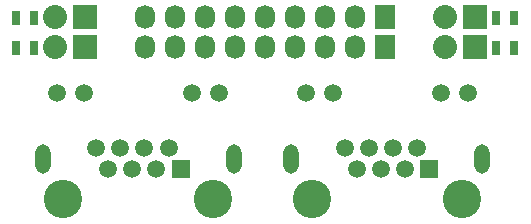
<source format=gbs>
G04 #@! TF.FileFunction,Soldermask,Bot*
%FSLAX46Y46*%
G04 Gerber Fmt 4.6, Leading zero omitted, Abs format (unit mm)*
G04 Created by KiCad (PCBNEW (2015-01-08 BZR 5360)-product) date 2015-02-07T22:50:42 CET*
%MOMM*%
G01*
G04 APERTURE LIST*
%ADD10C,0.150000*%
%ADD11R,2.032000X2.032000*%
%ADD12O,2.032000X2.032000*%
%ADD13R,1.727200X2.032000*%
%ADD14O,1.727200X2.032000*%
%ADD15R,0.635000X1.143000*%
%ADD16R,1.500000X1.500000*%
%ADD17C,1.500000*%
%ADD18O,1.300000X2.500000*%
%ADD19C,3.250000*%
G04 APERTURE END LIST*
D10*
D11*
X67305000Y-62145000D03*
D12*
X64765000Y-62145000D03*
D11*
X67305000Y-64685000D03*
D12*
X64765000Y-64685000D03*
D13*
X92705000Y-64685000D03*
D14*
X90165000Y-64685000D03*
X87625000Y-64685000D03*
X85085000Y-64685000D03*
X82545000Y-64685000D03*
X80005000Y-64685000D03*
X77465000Y-64685000D03*
X74925000Y-64685000D03*
X72385000Y-64685000D03*
D11*
X100325000Y-64685000D03*
D12*
X97785000Y-64685000D03*
D13*
X92705000Y-62145000D03*
D14*
X90165000Y-62145000D03*
X87625000Y-62145000D03*
X85085000Y-62145000D03*
X82545000Y-62145000D03*
X80005000Y-62145000D03*
X77465000Y-62145000D03*
X74925000Y-62145000D03*
X72385000Y-62145000D03*
D11*
X100325000Y-62145000D03*
D12*
X97785000Y-62145000D03*
D15*
X61468000Y-64770000D03*
X62992000Y-64770000D03*
X61468000Y-62230000D03*
X62992000Y-62230000D03*
X102108000Y-64770000D03*
X103632000Y-64770000D03*
X102108000Y-62230000D03*
X103632000Y-62230000D03*
D16*
X96400000Y-75080000D03*
D17*
X95380000Y-73300000D03*
X94360000Y-75080000D03*
X93340000Y-73300000D03*
X92320000Y-75080000D03*
X91300000Y-73300000D03*
X90280000Y-75080000D03*
X89260000Y-73300000D03*
D18*
X100930000Y-74190000D03*
X84730000Y-74190000D03*
D17*
X97400000Y-68620000D03*
D19*
X99180000Y-77620000D03*
X86480000Y-77620000D03*
D17*
X99690000Y-68620000D03*
X85970000Y-68620000D03*
X88260000Y-68620000D03*
D16*
X75370000Y-75080000D03*
D17*
X74350000Y-73300000D03*
X73330000Y-75080000D03*
X72310000Y-73300000D03*
X71290000Y-75080000D03*
X70270000Y-73300000D03*
X69250000Y-75080000D03*
X68230000Y-73300000D03*
D18*
X79900000Y-74190000D03*
X63700000Y-74190000D03*
D17*
X76370000Y-68620000D03*
D19*
X78150000Y-77620000D03*
X65450000Y-77620000D03*
D17*
X78660000Y-68620000D03*
X64940000Y-68620000D03*
X67230000Y-68620000D03*
M02*

</source>
